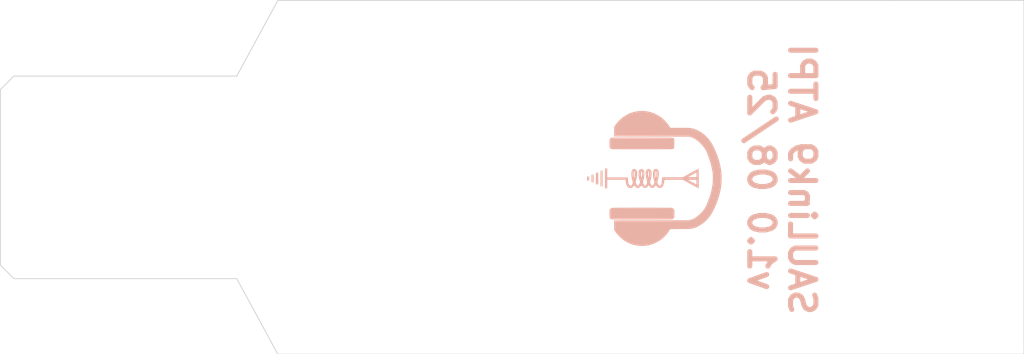
<source format=kicad_pcb>
(kicad_pcb (version 20240108) (generator "pcbnew") (generator_version "8.0")
  (layers (0 "F.Cu" signal) (31 "B.Cu" signal) (34 "B.Paste" user) (35 "F.Paste" user) (36 "B.SilkS" user "B.Silkscreen") (37 "F.SilkS" user "F.Silkscreen") (38 "B.Mask" user) (39 "F.Mask" user) (44 "Edge.Cuts" user))
  (net 0 "")
  (footprint "LOGO" (layer "B.Cu") (at 140.8 56.9 90)
    (property "Reference" "g2" (hide yes))
    (property "Value" "LOGO" (hide yes))
    (fp_poly (pts (xy 0.117134 -3.928485) (xy 0.117134 -3.991557) (xy -0.004505 -3.991557) (xy -0.126144 -3.991557) (xy -0.126144 -3.928485) (xy -0.126144 -3.865413) (xy -0.004505 -3.865413) (xy 0.117134 -3.865413)) (fill solid) (layer "B.SilkS"))
    (fp_poly (pts (xy -0.002252 -3.326942) (xy 0.346896 -3.329301) (xy 0.346896 -3.396878) (xy 0.346896 -3.464455) (xy -0.002252 -3.466813) (xy -0.351401 -3.469172) (xy -0.351401 -3.396878) (xy -0.351401 -3.324584)) (fill solid) (layer "B.SilkS"))
    (fp_poly (pts (xy -0.002252 -3.597199) (xy 0.220752 -3.599609) (xy 0.223399 -3.664934) (xy 0.226047 -3.730258) (xy -0.005365 -3.730258) (xy -0.236777 -3.730258) (xy -0.231096 -3.682954) (xy -0.227778 -3.651624) (xy -0.225691 -3.624807) (xy -0.225335 -3.61522) (xy -0.225257 -3.594789)) (fill solid) (layer "B.SilkS"))
    (fp_poly (pts (xy 0.46403 -3.131074) (xy 0.46403 -3.194146) (xy -0.002504 -3.19648) (xy -0.108499 -3.196944) (xy -0.19782 -3.197169) (xy -0.271811 -3.197126) (xy -0.33182 -3.196786) (xy -0.37919 -3.196121) (xy -0.415267 -3.195103) (xy -0.441396 -3.193702) (xy -0.458922 -3.191891) (xy -0.469191 -3.189639) (xy -0.473548 -3.18692) (xy -0.473778 -3.186461) (xy -0.475912 -3.171164) (xy -0.476489 -3.144507) (xy -0.475779 -3.121055) (xy -0.47304 -3.068002) (xy -0.004505 -3.068002) (xy 0.46403 -3.068002)) (fill solid) (layer "B.SilkS"))
    (fp_poly (pts (xy -2.08186 1.189161) (xy -2.015845 1.188919) (xy -1.965176 1.188219) (xy -1.927181 1.186867) (xy -1.899186 1.18467) (xy -1.878519 1.181436) (xy -1.862508 1.176971) (xy -1.851614 1.172548) (xy -1.814695 1.14912) (xy -1.780047 1.11576) (xy -1.752838 1.078211) (xy -1.739635 1.048084) (xy -1.738672 1.035692) (xy -1.737759 1.006354) (xy -1.736898 0.961148) (xy -1.736089 0.901149) (xy -1.735332 0.827431) (xy -1.73463 0.741072) (xy -1.733981 0.643147) (xy -1.733386 0.534731) (xy -1.732847 0.4169) (xy -1.732364 0.290731) (xy -1.731937 0.157298) (xy -1.731566 0.017678) (xy -1.731254 -0.127055) (xy -1.730999 -0.275823) (xy -1.730804 -0.427552) (xy -1.730667 -0.581165) (xy -1.730591 -0.735588) (xy -1.730575 -0.889744) (xy -1.73062 -1.042557) (xy -1.730727 -1.192952) (xy -1.730897 -1.339853) (xy -1.731129 -1.482185) (xy -1.731425 -1.618871) (xy -1.731785 -1.748836) (xy -1.73221 -1.871004) (xy -1.7327 -1.9843) (xy -1.733256 -2.087647) (xy -1.733879 -2.179971) (xy -1.734568 -2.260195) (xy -1.735326 -2.327243) (xy -1.736152 -2.380041) (xy -1.737046 -2.417511) (xy -1.737696 -2.433716) (xy -1.740541 -2.481535) (xy -1.74354 -2.515229) (xy -1.747526 -2.538679) (xy -1.753332 -2.55577) (xy -1.76179 -2.570382) (xy -1.769179 -2.580488) (xy -1.793416 -2.606889) (xy -1.822868 -2.632092) (xy -1.831382 -2.638116) (xy -1.86826 -2.662539) (xy -2.071679 -2.664119) (xy -2.132651 -2.664213) (xy -2.189509 -2.663592) (xy -2.239105 -2.662346) (xy -2.278289 -2.660566) (xy -2.303912 -2.658341) (xy -2.309823 -2.657307) (xy -2.359189 -2.637187) (xy -2.396829 -2.60408) (xy -2.415609 -2.573328) (xy -2.417599 -2.568475) (xy -2.419426 -2.56255) (xy -2.421096 -2.554794) (xy -2.422616 -2.544451) (xy -2.423993 -2.530765) (xy -2.425234 -2.512977) (xy -2.426347 -2.490331) (xy -2.427338 -2.462071) (xy -2.428214 -2.427438) (xy -2.428983 -2.385677) (xy -2.42965 -2.33603) (xy -2.430225 -2.27774) (xy -2.430712 -2.210051) (xy -2.43112 -2.132205) (xy -2.431455 -2.043445) (xy -2.431725 -1.943014) (xy -2.431936 -1.830156) (xy -2.432095 -1.704114) (xy -2.43221 -1.56413) (xy -2.432288 -1.409447) (xy -2.432335 -1.239309) (xy -2.432358 -1.052958) (xy -2.432365 -0.849638) (xy -2.432365 -0.765874) (xy -2.432323 -0.581846) (xy -2.432203 -0.403471) (xy -2.432008 -0.231571) (xy -2.431743 -0.066972) (xy -2.431411 0.089504) (xy -2.431016 0.237032) (xy -2.430561 0.374788) (xy -2.43005 0.50195) (xy -2.429486 0.617693) (xy -2.428874 0.721194) (xy -2.428216 0.811628) (xy -2.427517 0.888173) (xy -2.426781 0.950003) (xy -2.42601 0.996296) (xy -2.425208 1.026228) (xy -2.42438 1.038974) (xy -2.424368 1.039028) (xy -2.403567 1.090398) (xy -2.368234 1.134256) (xy -2.321866 1.166534) (xy -2.306193 1.174054) (xy -2.291588 1.179706) (xy -2.275263 1.183755) (xy -2.254426 1.186463) (xy -2.22629 1.188093) (xy -2.188062 1.188909) (xy -2.136954 1.189173)) (fill solid) (layer "B.SilkS"))
    (fp_poly (pts (xy 2.245956 1.179563) (xy 2.281124 1.17896) (xy 2.306802 1.177655) (xy 2.325122 1.175521) (xy 2.338216 1.172428) (xy 2.348217 1.168247) (xy 2.357256 1.162847) (xy 2.361065 1.160327) (xy 2.368218 1.15612) (xy 2.374796 1.152933) (xy 2.380825 1.150034) (xy 2.386328 1.146689) (xy 2.39133 1.142163) (xy 2.395858 1.135723) (xy 2.399934 1.126636) (xy 2.403584 1.114168) (xy 2.406833 1.097584) (xy 2.409706 1.076152) (xy 2.412227 1.049138) (xy 2.414421 1.015807) (xy 2.416314 0.975427) (xy 2.417929 0.927263) (xy 2.419292 0.870583) (xy 2.420427 0.804651) (xy 2.421359 0.728734) (xy 2.422114 0.6421) (xy 2.422715 0.544013) (xy 2.423188 0.433741) (xy 2.423557 0.310549) (xy 2.423847 0.173704) (xy 2.424084 0.022473) (xy 2.424291 -0.143879) (xy 2.424494 -0.326085) (xy 2.424717 -0.524879) (xy 2.424971 -0.730329) (xy 2.42525 -0.94246) (xy 2.425498 -1.13732) (xy 2.425708 -1.315658) (xy 2.425876 -1.478223) (xy 2.425993 -1.625763) (xy 2.426053 -1.759029) (xy 2.42605 -1.87877) (xy 2.425978 -1.985733) (xy 2.425829 -2.08067) (xy 2.425598 -2.164328) (xy 2.425277 -2.237458) (xy 2.424861 -2.300807) (xy 2.424342 -2.355126) (xy 2.423715 -2.401164) (xy 2.422973 -2.439669) (xy 2.422109 -2.471391) (xy 2.421117 -2.497078) (xy 2.41999 -2.517481) (xy 2.418722 -2.533348) (xy 2.417306 -2.545429) (xy 2.415736 -2.554472) (xy 2.414006 -2.561227) (xy 2.412108 -2.566443) (xy 2.410036 -2.570869) (xy 2.408978 -2.572933) (xy 2.384077 -2.606012) (xy 2.347578 -2.635211) (xy 2.347101 -2.635509) (xy 2.303602 -2.662539) (xy 2.086619 -2.6649) (xy 2.017465 -2.665539) (xy 1.963832 -2.665668) (xy 1.923222 -2.665143) (xy 1.893138 -2.663821) (xy 1.871084 -2.661556) (xy 1.854562 -2.658207) (xy 1.841075 -2.653628) (xy 1.833594 -2.650321) (xy 1.789506 -2.622226) (xy 1.75726 -2.58346) (xy 1.742385 -2.554293) (xy 1.740548 -2.549225) (xy 1.738862 -2.542404) (xy 1.73732 -2.533079) (xy 1.735917 -2.520499) (xy 1.734645 -2.503913) (xy 1.733499 -2.48257) (xy 1.732471 -2.45572) (xy 1.731556 -2.422613) (xy 1.730748 -2.382496) (xy 1.73004 -2.334619) (xy 1.729425 -2.278233) (xy 1.728897 -2.212585) (xy 1.728451 -2.136925) (xy 1.728078 -2.050502) (xy 1.727775 -1.952566) (xy 1.727533 -1.842366) (xy 1.727346 -1.719151) (xy 1.727209 -1.582171) (xy 1.727115 -1.430673) (xy 1.727057 -1.263909) (xy 1.727029 -1.081126) (xy 1.727025 -0.881575) (xy 1.727032 -0.738709) (xy 1.727072 -0.517065) (xy 1.727162 -0.312829) (xy 1.727304 -0.125388) (xy 1.727503 0.045872) (xy 1.727763 0.201562) (xy 1.728087 0.342296) (xy 1.728479 0.468687) (xy 1.728942 0.581348) (xy 1.729482 0.680891) (xy 1.730101 0.76793) (xy 1.730802 0.843076) (xy 1.731591 0.906944) (xy 1.732471 0.960146) (xy 1.733445 1.003294) (xy 1.734517 1.037003) (xy 1.735691 1.061884) (xy 1.73697 1.07855) (xy 1.738252 1.087189) (xy 1.750281 1.121588) (xy 1.766727 1.149014) (xy 1.771908 1.154632) (xy 1.778686 1.160687) (xy 1.786059 1.165485) (xy 1.796098 1.169194) (xy 1.810872 1.171987) (xy 1.832452 1.174031) (xy 1.862908 1.175498) (xy 1.904309 1.176557) (xy 1.958726 1.177378) (xy 2.028228 1.178132) (xy 2.062185 1.178466) (xy 2.138619 1.179187) (xy 2.199165 1.179596)) (fill solid) (layer "B.SilkS"))
    (fp_poly (pts (xy 0.155312 3.980751) (xy 0.232276 3.978016) (xy 0.285733 3.974313) (xy 0.510879 3.947666) (xy 0.731493 3.909191) (xy 0.950095 3.858194) (xy 1.169204 3.793982) (xy 1.39134 3.715863) (xy 1.619023 3.623142) (xy 1.711955 3.581928) (xy 1.858473 3.512783) (xy 1.989453 3.444927) (xy 2.107163 3.376863) (xy 2.213868 3.307092) (xy 2.311835 3.234118) (xy 2.403331 3.156442) (xy 2.490621 3.072566) (xy 2.504863 3.057938) (xy 2.623801 2.923908) (xy 2.727492 2.78446) (xy 2.81543 2.640572) (xy 2.887103 2.493224) (xy 2.942005 2.343394) (xy 2.979624 2.192062) (xy 2.990808 2.123524) (xy 2.992913 2.098468) (xy 2.994791 2.056416) (xy 2.996427 1.99839) (xy 2.997805 1.925415) (xy 2.99891 1.838512) (xy 2.999725 1.738705) (xy 3.000235 1.627017) (xy 3.000425 1.50447) (xy 3.000426 1.495239) (xy 3.000426 0.937437) (xy 3.038719 0.917965) (xy 3.093177 0.886894) (xy 3.156214 0.845286) (xy 3.224205 0.795858) (xy 3.293523 0.741329) (xy 3.360541 0.684417) (xy 3.407201 0.641724) (xy 3.533841 0.509357) (xy 3.646047 0.366937) (xy 3.743478 0.215641) (xy 3.825795 0.056643) (xy 3.892659 -0.10888) (xy 3.94373 -0.279754) (xy 3.978668 -0.454802) (xy 3.997134 -0.632849) (xy 3.998787 -0.81272) (xy 3.98329 -0.993239) (xy 3.950301 -1.17323) (xy 3.941707 -1.208537) (xy 3.911717 -1.314608) (xy 3.87633 -1.415205) (xy 3.832787 -1.517781) (xy 3.807018 -1.572295) (xy 3.718505 -1.733795) (xy 3.615221 -1.885156) (xy 3.497651 -2.025829) (xy 3.36628 -2.155265) (xy 3.221593 -2.272916) (xy 3.132341 -2.335158) (xy 3.052515 -2.387726) (xy 2.765633 -2.387726) (xy 2.478751 -2.387726) (xy 2.475645 -0.159932) (xy 2.472538 2.067861) (xy 2.453234 2.130933) (xy 2.413481 2.242131) (xy 2.363375 2.348066) (xy 2.301374 2.451199) (xy 2.225932 2.553989) (xy 2.135507 2.658895) (xy 2.094892 2.701902) (xy 1.978692 2.813534) (xy 1.858101 2.912941) (xy 1.735576 2.998251) (xy 1.616984 3.065875) (xy 1.565846 3.089862) (xy 1.500339 3.117641) (xy 1.423449 3.148159) (xy 1.338165 3.180361) (xy 1.247474 3.213194) (xy 1.154362 3.245603) (xy 1.061818 3.276534) (xy 0.972828 3.304934) (xy 0.890379 3.329748) (xy 0.81746 3.349922) (xy 0.797411 3.355032) (xy 0.655343 3.388458) (xy 0.525448 3.414763) (xy 0.403596 3.434499) (xy 0.285655 3.448218) (xy 0.167494 3.456473) (xy 0.044981 3.459817) (xy 0.013169 3.459951) (xy -0.151376 3.456038) (xy -0.312977 3.443964) (xy -0.474129 3.423221) (xy -0.637328 3.393305) (xy -0.805069 3.35371) (xy -0.979846 3.303931) (xy -1.164156 3.243461) (xy -1.304192 3.193009) (xy -1.422102 3.147824) (xy -1.525131 3.105198) (xy -1.615924 3.063512) (xy -1.697131 3.021151) (xy -1.771398 2.976498) (xy -1.841374 2.927935) (xy -1.909706 2.873845) (xy -1.979042 2.812612) (xy -2.05203 2.742618) (xy -2.06843 2.726294) (xy -2.161882 2.628238) (xy -2.240716 2.535146) (xy -2.306647 2.444365) (xy -2.361388 2.353244) (xy -2.406654 2.259129) (xy -2.444159 2.15937) (xy -2.453236 2.130933) (xy -2.472676 2.067861) (xy -2.475653 -0.159932) (xy -2.47863 -2.387726) (xy -2.768811 -2.387331) (xy -3.058992 -2.386937) (xy -3.146536 -2.326512) (xy -3.284194 -2.224433) (xy -3.406566 -2.118325) (xy -3.516327 -2.005671) (xy -3.616148 -1.883952) (xy -3.616181 -1.883909) (xy -3.719745 -1.731946) (xy -3.807058 -1.573366) (xy -3.878141 -1.409294) (xy -3.933015 -1.240856) (xy -3.9717 -1.069179) (xy -3.994218 -0.895387) (xy -4.000589 -0.720608) (xy -3.990837 -0.545967) (xy -3.964978 -0.37259) (xy -3.923037 -0.201603) (xy -3.865032 -0.034132) (xy -3.790986 0.128698) (xy -3.70092 0.285759) (xy -3.594853 0.435926) (xy -3.572528 0.464038) (xy -3.461909 0.58814) (xy -3.337659 0.704811) (xy -3.203728 0.810568) (xy -3.100623 0.87981) (xy -3.001393 0.941576) (xy -2.997979 1.545265) (xy -2.997315 1.665677) (xy -2.99671 1.769638) (xy -2.996057 1.858715) (xy -2.995248 1.934479) (xy -2.994174 1.998497) (xy -2.992728 2.052337) (xy -2.990801 2.097568) (xy -2.988286 2.135759) (xy -2.985073 2.168478) (xy -2.981056 2.197294) (xy -2.976125 2.223774) (xy -2.970173 2.249488) (xy -2.963092 2.276004) (xy -2.954774 2.30489) (xy -2.94511 2.337715) (xy -2.942825 2.345511) (xy -2.913492 2.430316) (xy -2.873382 2.523313) (xy -2.824754 2.620248) (xy -2.769865 2.71687) (xy -2.710975 2.808926) (xy -2.657241 2.883292) (xy -2.577093 2.979887) (xy -2.486958 3.075626) (xy -2.390604 3.167042) (xy -2.291796 3.250664) (xy -2.194303 3.323021) (xy -2.144448 3.355621) (xy -2.048249 3.412131) (xy -1.937852 3.471444) (xy -1.816537 3.531961) (xy -1.687581 3.592082) (xy -1.554263 3.650208) (xy -1.467792 3.685772) (xy -1.209318 3.780648) (xy -0.95058 3.857806) (xy -0.690519 3.917527) (xy -0.455019 3.956526) (xy -0.388175 3.96396) (xy -0.307878 3.97023) (xy -0.218131 3.97524) (xy -0.122936 3.978893) (xy -0.026296 3.981093) (xy 0.067788 3.981744)) (fill solid) (layer "B.SilkS"))
    (fp_poly (pts (xy -0.032298 2.630135) (xy 0.05312 2.62981) (xy 0.138326 2.629311) (xy 0.22139 2.628649) (xy 0.300382 2.627836) (xy 0.373372 2.626885) (xy 0.438431 2.625806) (xy 0.493627 2.624612) (xy 0.537031 2.623315) (xy 0.566713 2.621926) (xy 0.580743 2.620456) (xy 0.581548 2.620113) (xy 0.578476 2.611289) (xy 0.567397 2.5881) (xy 0.549048 2.551939) (xy 0.524168 2.504197) (xy 0.493492 2.446268) (xy 0.457757 2.379543) (xy 0.417702 2.305415) (xy 0.374063 2.225277) (xy 0.330006 2.144936) (xy 0.072082 1.676146) (xy 0.072082 1.068484) (xy 0.072082 0.460822) (xy 0.024778 0.456027) (xy -0.006424 0.453233) (xy -0.048117 0.44999) (xy -0.092799 0.446871) (xy -0.106818 0.445973) (xy -0.155004 0.441781) (xy -0.206611 0.435421) (xy -0.251966 0.42812) (xy -0.259993 0.426541) (xy -0.324069 0.410089) (xy -0.37176 0.390058) (xy -0.404508 0.365525) (xy -0.42375 0.335571) (xy -0.428681 0.318657) (xy -0.429955 0.299968) (xy -0.422824 0.284297) (xy -0.404223 0.265393) (xy -0.401324 0.262829) (xy -0.374949 0.243004) (xy -0.340682 0.221757) (xy -0.303297 0.201541) (xy -0.267565 0.18481) (xy -0.238258 0.174015) (xy -0.223229 0.171291) (xy -0.206917 0.173698) (xy -0.177422 0.180189) (xy -0.138857 0.18979) (xy -0.095334 0.201526) (xy -0.093072 0.202159) (xy 0.01412 0.228851) (xy 0.116358 0.247677) (xy 0.211642 0.258527) (xy 0.297973 0.261291) (xy 0.373353 0.25586) (xy 0.435781 0.242124) (xy 0.460489 0.23258) (xy 0.502582 0.207832) (xy 0.534739 0.178168) (xy 0.537076 0.175209) (xy 0.552292 0.152357) (xy 0.560139 0.130199) (xy 0.562847 0.101003) (xy 0.562991 0.085369) (xy 0.561463 0.050714) (xy 0.555654 0.026306) (xy 0.54338 0.004496) (xy 0.53769 -0.003236) (xy 0.503841 -0.036927) (xy 0.459557 -0.061924) (xy 0.403403 -0.078611) (xy 0.333948 -0.087372) (xy 0.249756 -0.08859) (xy 0.222427 -0.08759) (xy 0.14646 -0.082271) (xy 0.076501 -0.073039) (xy 0.006111 -0.058711) (xy -0.071151 -0.038105) (xy -0.109122 -0.026701) (xy -0.149458 -0.015155) (xy -0.186517 -0.006122) (xy -0.214896 -0.000847) (xy -0.224938 0) (xy -0.250969 -0.004691) (xy -0.284336 -0.01726) (xy -0.321314 -0.035448) (xy -0.358176 -0.056998) (xy -0.391195 -0.079652) (xy -0.416646 -0.101151) (xy -0.430801 -0.119238) (xy -0.432494 -0.125761) (xy -0.42488 -0.141468) (xy -0.40438 -0.162221) (xy -0.374502 -0.185591) (xy -0.338756 -0.209148) (xy -0.300651 -0.230464) (xy -0.263697 -0.247108) (xy -0.250459 -0.251775) (xy -0.232794 -0.256191) (xy -0.214969 -0.256817) (xy -0.192351 -0.253017) (xy -0.160309 -0.244159) (xy -0.133326 -0.235734) (xy -0.054995 -0.213559) (xy 0.028552 -0.194782) (xy 0.113104 -0.180012) (xy 0.194445 -0.16986) (xy 0.268363 -0.164935) (xy 0.330644 -0.165847) (xy 0.34235 -0.16689) (xy 0.412217 -0.179881) (xy 0.470836 -0.202227) (xy 0.516837 -0.23288) (xy 0.548851 -0.270794) (xy 0.565507 -0.314924) (xy 0.567648 -0.338953) (xy 0.559034 -0.389163) (xy 0.534485 -0.433872) (xy 0.495939 -0.469877) (xy 0.483904 -0.477394) (xy 0.420479 -0.503819) (xy 0.343481 -0.518403) (xy 0.252921 -0.521146) (xy 0.148811 -0.512048) (xy 0.031163 -0.49111) (xy -0.098423 -0.458778) (xy -0.141074 -0.447745) (xy -0.181053 -0.438992) (xy -0.212913 -0.433632) (xy -0.227077 -0.432493) (xy -0.256106 -0.437159) (xy -0.291513 -0.449663) (xy -0.329525 -0.467768) (xy -0.36637 -0.489235) (xy -0.398276 -0.511828) (xy -0.42147 -0.533307) (xy -0.432181 -0.551435) (xy -0.432494 -0.554363) (xy -0.425194 -0.568652) (xy -0.40572 -0.588622) (xy -0.377708 -0.611306) (xy -0.344794 -0.633738) (xy -0.313221 -0.651649) (xy -0.277728 -0.666571) (xy -0.242526 -0.673856) (xy -0.20352 -0.67345) (xy -0.156617 -0.665296) (xy -0.097725 -0.649338) (xy -0.095572 -0.648691) (xy 0.015444 -0.619429) (xy 0.120757 -0.601055) (xy 0.228038 -0.592379) (xy 0.274814 -0.591347) (xy 0.325639 -0.591384) (xy 0.36287 -0.592657) (xy 0.390917 -0.595684) (xy 0.414193 -0.600979) (xy 0.437109 -0.609059) (xy 0.441504 -0.610836) (xy 0.484612 -0.631042) (xy 0.515363 -0.652622) (xy 0.539192 -0.679819) (xy 0.548886 -0.694663) (xy 0.564847 -0.737556) (xy 0.56485 -0.785476) (xy 0.548932 -0.835144) (xy 0.547375 -0.8383) (xy 0.518565 -0.875801) (xy 0.474925 -0.904976) (xy 0.417641 -0.925751) (xy 0.347904 -0.938055) (xy 0.2669 -0.941813) (xy 0.175818 -0.936954) (xy 0.075846 -0.923404) (xy -0.031828 -0.901092) (xy -0.115818 -0.878881) (xy -0.161358 -0.86592) (xy -0.193407 -0.857575) (xy -0.215773 -0.853413) (xy -0.232265 -0.853) (xy -0.246689 -0.855903) (xy -0.262853 -0.861688) (xy -0.263746 -0.862034) (xy -0.292079 -0.875133) (xy -0.325392 -0.893662) (xy -0.359589 -0.914931) (xy -0.390575 -0.936247) (xy -0.414251 -0.954919) (xy -0.426522 -0.968253) (xy -0.427019 -0.969327) (xy -0.427578 -0.988596) (xy -0.423734 -0.999673) (xy -0.40894 -1.016038) (xy -0.38121 -1.037001) (xy -0.344217 -1.060169) (xy -0.301634 -1.08315) (xy -0.278566 -1.094203) (xy -0.228257 -1.117223) (xy -0.152422 -1.094126) (xy -0.053649 -1.066017) (xy 0.034534 -1.045493) (xy 0.117387 -1.031573) (xy 0.200173 -1.023275) (xy 0.238798 -1.021114) (xy 0.294677 -1.01916) (xy 0.336736 -1.019062) (xy 0.3691 -1.021029) (xy 0.395894 -1.025274) (xy 0.415065 -1.030152) (xy 0.475629 -1.054267) (xy 0.521088 -1.086718) (xy 0.550939 -1.126923) (xy 0.564678 -1.174298) (xy 0.56515 -1.203699) (xy 0.556648 -1.248031) (xy 0.536664 -1.283557) (xy 0.502912 -1.313197) (xy 0.461361 -1.336093) (xy 0.400357 -1.356658) (xy 0.326281 -1.367245) (xy 0.238755 -1.367838) (xy 0.137403 -1.35842) (xy 0.021848 -1.338972) (xy -0.105676 -1.310133) (xy -0.155739 -1.297737) (xy -0.191983 -1.289404) (xy -0.218054 -1.284756) (xy -0.237598 -1.283416) (xy -0.254263 -1.285004) (xy -0.271692 -1.289143) (xy -0.281377 -1.291917) (xy -0.320393 -1.306405) (xy -0.359207 -1.32603) (xy -0.392923 -1.347824) (xy -0.416643 -1.368821) (xy -0.423061 -1.377784) (xy -0.429675 -1.407889) (xy -0.421151 -1.440746) (xy -0.399373 -1.473194) (xy -0.366226 -1.502071) (xy -0.339921 -1.517217) (xy -0.307629 -1.530696) (xy -0.271513 -1.541296) (xy -0.2285 -1.549528) (xy -0.175518 -1.555903) (xy -0.109494 -1.560932) (xy -0.060819 -1.563589) (xy 0.063072 -1.569636) (xy 0.063072 -2.181412) (xy 0.063072 -2.793189) (xy 0.328876 -2.793189) (xy 0.594679 -2.793189) (xy 0.594679 -2.860766) (xy 0.594679 -2.928343) (xy 0 -2.928343) (xy -0.594679 -2.928343) (xy -0.594679 -2.860766) (xy -0.594679 -2.793189) (xy -0.337886 -2.793189) (xy -0.081093 -2.793189) (xy -0.081093 -2.249435) (xy -0.081093 -1.705682) (xy -0.173448 -1.699948) (xy -0.275345 -1.68833) (xy -0.362656 -1.667094) (xy -0.435176 -1.636341) (xy -0.492702 -1.596168) (xy -0.535029 -1.546677) (xy -0.55173 -1.515579) (xy -0.564988 -1.470353) (xy -0.569486 -1.419343) (xy -0.565007 -1.370418) (xy -0.556522 -1.341877) (xy -0.531813 -1.29971) (xy -0.495406 -1.257716) (xy -0.45266 -1.221874) (xy -0.443381 -1.215689) (xy -0.404712 -1.191119) (xy -0.407025 -1.189536) (xy 0.041496 -1.189536) (xy 0.042477 -1.196746) (xy 0.058562 -1.20357) (xy 0.086832 -1.209789) (xy 0.124372 -1.215183) (xy 0.168264 -1.219533) (xy 0.215591 -1.222619) (xy 0.263437 -1.224223) (xy 0.308884 -1.224124) (xy 0.349016 -1.222104) (xy 0.380915 -1.217943) (xy 0.390245 -1.215763) (xy 0.415 -1.204822) (xy 0.422569 -1.192124) (xy 0.413321 -1.179971) (xy 0.387627 -1.170667) (xy 0.38284 -1.169741) (xy 0.347121 -1.165597) (xy 0.302309 -1.163652) (xy 0.252047 -1.163694) (xy 0.19998 -1.165512) (xy 0.149753 -1.168895) (xy 0.105008 -1.173631) (xy 0.06939 -1.179509) (xy 0.046544 -1.186318) (xy 0.041496 -1.189536) (xy -0.407025 -1.189536) (xy -0.434371 -1.170818) (xy -0.468333 -1.144732) (xy -0.502482 -1.11379) (xy -0.532177 -1.082596) (xy -0.552776 -1.055752) (xy -0.555993 -1.050198) (xy -0.565923 -1.017322) (xy -0.568356 -0.976532) (xy -0.563389 -0.936258) (xy -0.554439 -0.910631) (xy -0.541752 -0.892956) (xy -0.519302 -0.867885) (xy -0.491044 -0.839709) (xy -0.47778 -0.827426) (xy -0.450466 -0.802297) (xy -0.429082 -0.781772) (xy -0.416581 -0.76873) (xy -0.414582 -0.765809) (xy 0.054062 -0.765809) (xy 0.062691 -0.776731) (xy 0.0872 -0.785738) (xy 0.125519 -0.792534) (xy 0.175581 -0.796817) (xy 0.235317 -0.79829) (xy 0.274814 -0.797704) (xy 0.317921 -0.795659) (xy 0.356605 -0.79236) (xy 0.385912 -0.788308) (xy 0.398705 -0.7851) (xy 0.41897 -0.773531) (xy 0.423287 -0.762044) (xy 0.413722 -0.751256) (xy 0.392337 -0.741784) (xy 0.3612 -0.734243) (xy 0.322373 -0.72925) (xy 0.277923 -0.72742) (xy 0.229914 -0.729369) (xy 0.216247 -0.730662) (xy 0.163368 -0.737254) (xy 0.11804 -0.744717) (xy 0.082945 -0.752468) (xy 0.060766 -0.759927) (xy 0.054062 -0.765809) (xy -0.414582 -0.765809) (xy -0.414561 -0.765778) (xy -0.421029 -0.758311) (xy -0.438129 -0.742997) (xy -0.462264 -0.723045) (xy -0.46412 -0.72156) (xy -0.513741 -0.676094) (xy -0.546689 -0.631556) (xy -0.564099 -0.586089) (xy -0.567648 -0.551958) (xy -0.562616 -0.511015) (xy -0.546343 -0.472955) (xy -0.517066 -0.435034) (xy -0.47302 -0.394505) (xy -0.459407 -0.383576) (xy -0.414187 -0.348049) (xy 0.059161 -0.348049) (xy 0.071404 -0.354415) (xy 0.098898 -0.361378) (xy 0.119429 -0.365578) (xy 0.163525 -0.372062) (xy 0.214131 -0.376038) (xy 0.266567 -0.377507) (xy 0.316154 -0.376475) (xy 0.358211 -0.372943) (xy 0.388058 -0.366917) (xy 0.392237 -0.365376) (xy 0.416022 -0.352373) (xy 0.422133 -0.340083) (xy 0.41084 -0.327574) (xy 0.404367 -0.323784) (xy 0.387144 -0.319776) (xy 0.355897 -0.317215) (xy 0.314557 -0.316003) (xy 0.267056 -0.316041) (xy 0.217324 -0.31723) (xy 0.169291 -0.31947) (xy 0.12689 -0.322665) (xy 0.09405 -0.326714) (xy 0.074702 -0.331519) (xy 0.073563 -0.332091) (xy 0.060453 -0.341026) (xy 0.059161 -0.348049) (xy -0.414187 -0.348049) (xy -0.403131 -0.339363) (xy -0.429075 -0.320754) (xy -0.460407 -0.296068) (xy -0.493036 -0.266776) (xy -0.522755 -0.237027) (xy -0.545357 -0.210968) (xy -0.554919 -0.196704) (xy -0.564059 -0.166211) (xy -0.567199 -0.127241) (xy -0.564348 -0.088128) (xy -0.555508 -0.057205) (xy -0.554827 -0.055866) (xy -0.541106 -0.036635) (xy -0.517811 -0.010273) (xy -0.489265 0.018878) (xy -0.459791 0.046477) (xy -0.433713 0.068181) (xy -0.425398 0.07411) (xy -0.415834 0.081147) (xy -0.414739 0.083758) (xy 0.044286 0.083758) (xy 0.059186 0.076158) (xy 0.088279 0.06794) (xy 0.126144 0.060394) (xy 0.150615 0.058033) (xy 0.187886 0.05656) (xy 0.232758 0.055953) (xy 0.280033 0.056191) (xy 0.324514 0.057251) (xy 0.361001 0.059112) (xy 0.38284 0.061476) (xy 0.409525 0.070268) (xy 0.421986 0.082914) (xy 0.419129 0.096604) (xy 0.401027 0.108098) (xy 0.377222 0.112896) (xy 0.339968 0.115465) (xy 0.293316 0.116012) (xy 0.241315 0.114741) (xy 0.188013 0.111857) (xy 0.137462 0.107567) (xy 0.09371 0.102076) (xy 0.060807 0.095588) (xy 0.045438 0.090057) (xy 0.044286 0.083758) (xy -0.414739 0.083758) (xy -0.413021 0.087853) (xy -0.418766 0.097144) (xy -0.434881 0.111935) (xy -0.463174 0.135141) (xy -0.463383 0.13531) (xy -0.506367 0.172242) (xy -0.536049 0.203773) (xy -0.55466 0.233632) (xy -0.564434 0.265549) (xy -0.567604 0.303253) (xy -0.567648 0.309446) (xy -0.561438 0.36839) (xy -0.541984 0.418418) (xy -0.508049 0.461231) (xy -0.458399 0.49853) (xy -0.412776 0.52267) (xy -0.369214 0.539771) (xy -0.315562 0.556068) (xy -0.258088 0.570077) (xy -0.203056 0.580315) (xy -0.156734 0.585299) (xy -0.147154 0.585551) (xy -0.133561 0.585094) (xy -0.121958 0.584508) (xy -0.11219 0.585104) (xy -0.104099 0.588197) (xy -0.097529 0.5951) (xy -0.092324 0.607126) (xy -0.088327 0.625587) (xy -0.085383 0.651799) (xy -0.083334 0.687072) (xy -0.082024 0.732722) (xy -0.081297 0.790061) (xy -0.080997 0.860402) (xy -0.080966 0.945058) (xy -0.081049 1.045344) (xy -0.081093 1.140245) (xy -0.081093 1.683882) (xy -0.282686 2.051573) (xy -0.325992 2.130605) (xy -0.368532 2.20833) (xy -0.409123 2.282579) (xy -0.446582 2.351185) (xy -0.479726 2.411978) (xy -0.507372 2.462792) (xy -0.517677 2.481798) (xy -0.351401 2.481798) (xy -0.347187 2.472957) (xy -0.335258 2.450345) (xy -0.316683 2.415927) (xy -0.292531 2.371667) (xy -0.26387 2.31953) (xy -0.231771 2.261479) (xy -0.218499 2.23757) (xy -0.085598 1.998383) (xy -0.083189 2.2312) (xy -0.082701 2.294597) (xy -0.082577 2.352307) (xy -0.082797 2.401802) (xy -0.08334 2.440551) (xy -0.084187 2.466023) (xy -0.085158 2.475429) (xy -0.092145 2.480228) (xy -0.110135 2.483596) (xy -0.14109 2.485698) (xy -0.18697 2.486699) (xy -0.220469 2.48684) (xy 0.081093 2.48684) (xy 0.08118 2.245815) (xy 0.081267 2.004789) (xy 0.216334 2.242719) (xy 0.250009 2.302137) (xy 0.280619 2.356335) (xy 0.307078 2.403378) (xy 0.328304 2.44133) (xy 0.343211 2.468257) (xy 0.350715 2.482223) (xy 0.351401 2.483744) (xy 0.34291 2.484821) (xy 0.319513 2.485736) (xy 0.284325 2.486416) (xy 0.240461 2.48679) (xy 0.216247 2.48684) (xy 0.081093 2.48684) (xy -0.220469 2.48684) (xy -0.266715 2.486513) (xy -0.305792 2.485615) (xy -0.334536 2.484266) (xy -0.349783 2.482589) (xy -0.351401 2.481798) (xy -0.517677 2.481798) (xy -0.528337 2.501459) (xy -0.538209 2.519773) (xy -0.592138 2.620284) (xy -0.474022 2.626547) (xy -0.441165 2.627771) (xy -0.395008 2.628737) (xy -0.337483 2.62946) (xy -0.27052 2.629949) (xy -0.196048 2.630216) (xy -0.115997 2.630275)) (fill solid) (layer "B.SilkS"))
  )
  (gr_line (start 116.061 50.836) (end 102.861 50.836) (stroke (width 0.05)) (layer "Edge.Cuts"))
  (gr_line (start 162.687 67.31) (end 162.687 46.355) (stroke (width 0.05)) (layer "Edge.Cuts"))
  (gr_line (start 102.861 62.836) (end 116.061 62.836) (stroke (width 0.05)) (layer "Edge.Cuts"))
  (gr_line (start 118.491 67.31) (end 155.067 67.31) (stroke (width 0.05)) (layer "Edge.Cuts"))
  (gr_line (start 116.061 50.836) (end 118.491 46.355) (stroke (width 0.05)) (layer "Edge.Cuts"))
  (gr_line (start 118.491 46.355) (end 155.067 46.355) (stroke (width 0.05)) (layer "Edge.Cuts"))
  (gr_line (start 102.861 50.836) (end 102.061 51.636) (stroke (width 0.05)) (layer "Edge.Cuts"))
  (gr_line (start 155.067 67.31) (end 162.687 67.31) (stroke (width 0.05)) (layer "Edge.Cuts"))
  (gr_line (start 102.061 51.636) (end 102.061 62.036) (stroke (width 0.05)) (layer "Edge.Cuts"))
  (gr_line (start 116.061 62.836) (end 118.491 67.31) (stroke (width 0.05)) (layer "Edge.Cuts"))
  (gr_line (start 162.687 46.355) (end 155.067 46.355) (stroke (width 0.05)) (layer "Edge.Cuts"))
  (gr_line (start 102.061 62.036) (end 102.861 62.836) (stroke (width 0.05)) (layer "Edge.Cuts"))
  (gr_text "SAULink9 ATPI\nv1.0 08/25" (at 146.25 56.95 270) (layer "B.SilkS") (effects (font (size 1.5 1.5) (thickness 0.3) (bold yes)) (justify bottom mirror)))
)
</source>
